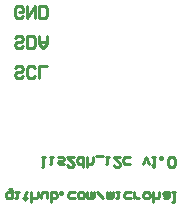
<source format=gbo>
G04 Layer_Color=13813960*
%FSLAX25Y25*%
%MOIN*%
G70*
G01*
G75*
%ADD20C,0.01000*%
D20*
X127666Y464168D02*
X126999Y463501D01*
X125666D01*
X125000Y464168D01*
Y464834D01*
X125666Y465501D01*
X126999D01*
X127666Y466167D01*
Y466834D01*
X126999Y467500D01*
X125666D01*
X125000Y466834D01*
X131665Y464168D02*
X130998Y463501D01*
X129665D01*
X128999Y464168D01*
Y466834D01*
X129665Y467500D01*
X130998D01*
X131665Y466834D01*
X132997Y463501D02*
Y467500D01*
X135663D01*
X127666Y474168D02*
X126999Y473501D01*
X125666D01*
X125000Y474168D01*
Y474834D01*
X125666Y475501D01*
X126999D01*
X127666Y476167D01*
Y476834D01*
X126999Y477500D01*
X125666D01*
X125000Y476834D01*
X128999Y473501D02*
Y477500D01*
X130998D01*
X131665Y476834D01*
Y474168D01*
X130998Y473501D01*
X128999D01*
X132997Y477500D02*
Y474834D01*
X134330Y473501D01*
X135663Y474834D01*
Y477500D01*
Y475501D01*
X132997D01*
X127666Y484168D02*
X126999Y483501D01*
X125666D01*
X125000Y484168D01*
Y486834D01*
X125666Y487500D01*
X126999D01*
X127666Y486834D01*
Y485501D01*
X126333D01*
X128999Y487500D02*
Y483501D01*
X131665Y487500D01*
Y483501D01*
X132997D02*
Y487500D01*
X134997D01*
X135663Y486834D01*
Y484168D01*
X134997Y483501D01*
X132997D01*
X134000Y437000D02*
X135066D01*
X134533D01*
Y433801D01*
X134000D01*
X136666Y437000D02*
X137732D01*
X137199D01*
Y434867D01*
X136666D01*
X139332Y437000D02*
X140931D01*
X141464Y436467D01*
X140931Y435934D01*
X139865D01*
X139332Y435400D01*
X139865Y434867D01*
X141464D01*
X144663Y437000D02*
X142531D01*
X144663Y434867D01*
Y434334D01*
X144130Y433801D01*
X143064D01*
X142531Y434334D01*
X147862Y433801D02*
Y437000D01*
X146263D01*
X145729Y436467D01*
Y435400D01*
X146263Y434867D01*
X147862D01*
X148928Y433801D02*
Y437000D01*
Y435400D01*
X149462Y434867D01*
X150528D01*
X151061Y435400D01*
Y437000D01*
X152128Y437533D02*
X154260D01*
X155326Y437000D02*
X156393D01*
X155860D01*
Y434867D01*
X155326D01*
X160125Y437000D02*
X157992D01*
X160125Y434867D01*
Y434334D01*
X159592Y433801D01*
X158525D01*
X157992Y434334D01*
X163324Y434867D02*
X161724D01*
X161191Y435400D01*
Y436467D01*
X161724Y437000D01*
X163324D01*
X167589Y434867D02*
X168656Y437000D01*
X169722Y434867D01*
X170788Y437000D02*
X171854D01*
X171321D01*
Y433801D01*
X170788Y434334D01*
X173454Y437000D02*
Y436467D01*
X173987D01*
Y437000D01*
X173454D01*
X176120Y434334D02*
X176653Y433801D01*
X177719D01*
X178252Y434334D01*
Y436467D01*
X177719Y437000D01*
X176653D01*
X176120Y436467D01*
Y434334D01*
X123066Y426566D02*
X123600D01*
X124133Y426033D01*
Y423367D01*
X122533D01*
X122000Y423901D01*
Y424967D01*
X122533Y425500D01*
X124133D01*
X125199D02*
X126265D01*
X125732D01*
Y423367D01*
X125199D01*
X128398Y422834D02*
Y423367D01*
X127865D01*
X128931D01*
X128398D01*
Y424967D01*
X128931Y425500D01*
X130531Y422301D02*
Y425500D01*
Y423901D01*
X131064Y423367D01*
X132130D01*
X132663Y423901D01*
Y425500D01*
X133730Y423367D02*
Y424967D01*
X134263Y425500D01*
X135862D01*
Y423367D01*
X136928Y422301D02*
Y425500D01*
X138528D01*
X139061Y424967D01*
Y424434D01*
Y423901D01*
X138528Y423367D01*
X136928D01*
X140128Y425500D02*
Y424967D01*
X140661D01*
Y425500D01*
X140128D01*
X144926Y423367D02*
X143326D01*
X142793Y423901D01*
Y424967D01*
X143326Y425500D01*
X144926D01*
X146525D02*
X147592D01*
X148125Y424967D01*
Y423901D01*
X147592Y423367D01*
X146525D01*
X145992Y423901D01*
Y424967D01*
X146525Y425500D01*
X149191D02*
Y423367D01*
X149724D01*
X150258Y423901D01*
Y425500D01*
Y423901D01*
X150791Y423367D01*
X151324Y423901D01*
Y425500D01*
X152390D02*
X154523Y423367D01*
X155589Y425500D02*
Y423367D01*
X156122D01*
X156656Y423901D01*
Y425500D01*
Y423901D01*
X157189Y423367D01*
X157722Y423901D01*
Y425500D01*
X158788D02*
X159854D01*
X159321D01*
Y423367D01*
X158788D01*
X163587D02*
X161987D01*
X161454Y423901D01*
Y424967D01*
X161987Y425500D01*
X163587D01*
X164653Y423367D02*
Y425500D01*
Y424434D01*
X165186Y423901D01*
X165719Y423367D01*
X166252D01*
X168385Y425500D02*
X169451D01*
X169984Y424967D01*
Y423901D01*
X169451Y423367D01*
X168385D01*
X167852Y423901D01*
Y424967D01*
X168385Y425500D01*
X171051Y422301D02*
Y425500D01*
Y423901D01*
X171584Y423367D01*
X172650D01*
X173184Y423901D01*
Y425500D01*
X174783Y423367D02*
X175849D01*
X176382Y423901D01*
Y425500D01*
X174783D01*
X174250Y424967D01*
X174783Y424434D01*
X176382D01*
X177449Y425500D02*
X178515D01*
X177982D01*
Y422301D01*
X177449D01*
M02*

</source>
